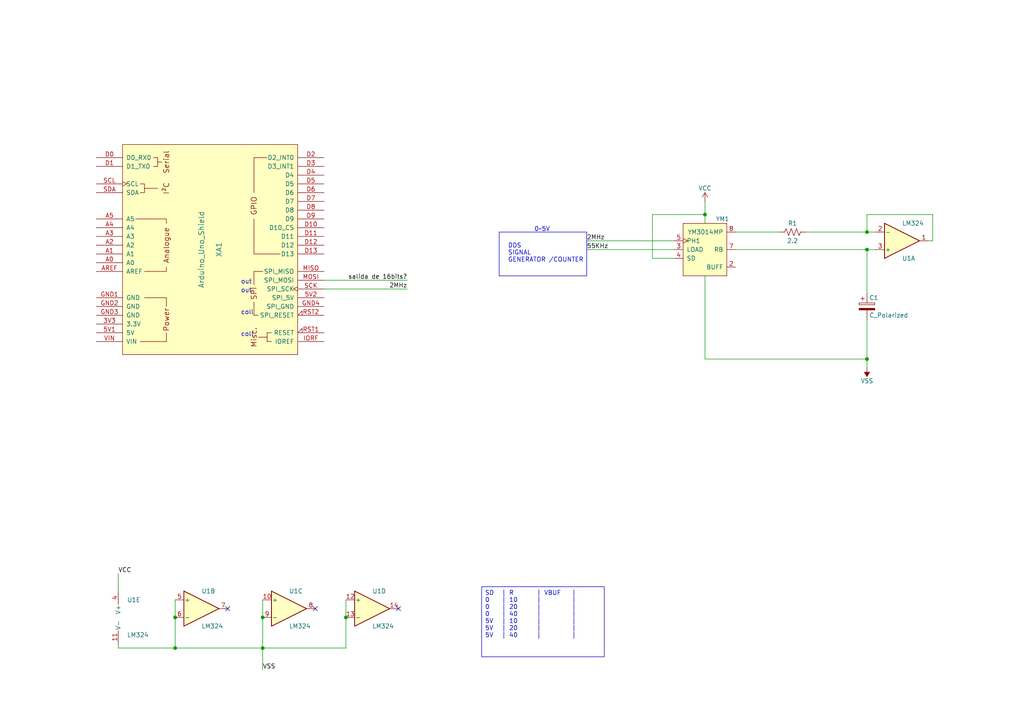
<source format=kicad_sch>
(kicad_sch (version 20230121) (generator eeschema)
  (paper "A4")
  (lib_symbols
    (symbol "Amplifier_Operational:LM324" (pin_names (offset 0.127))
      (property "Reference" "U" (at 0 5.08 0))
      (property "Value" "LM324" (at 0 -5.08 0))
      (symbol "LM324_1_1"
        (polyline (pts (xy -5.08 5.08) (xy 5.08 0) (xy -5.08 -5.08) (xy -5.08 5.08)) (stroke (width 0.254)) (fill (type background)))
        (pin output line (at 7.62 0 180) (length 2.54) (name "~") (number "1"))
        (pin input line (at -7.62 -2.54 0) (length 2.54) (name "-") (number "2"))
        (pin input line (at -7.62 2.54 0) (length 2.54) (name "+") (number "3"))
      )
      (symbol "LM324_2_1"
        (polyline (pts (xy -5.08 5.08) (xy 5.08 0) (xy -5.08 -5.08) (xy -5.08 5.08)) (stroke (width 0.254)) (fill (type background)))
        (pin input line (at -7.62 2.54 0) (length 2.54) (name "+") (number "5"))
        (pin input line (at -7.62 -2.54 0) (length 2.54) (name "-") (number "6"))
        (pin output line (at 7.62 0 180) (length 2.54) (name "~") (number "7"))
      )
      (symbol "LM324_3_1"
        (polyline (pts (xy -5.08 5.08) (xy 5.08 0) (xy -5.08 -5.08) (xy -5.08 5.08)) (stroke (width 0.254)) (fill (type background)))
        (pin input line (at -7.62 2.54 0) (length 2.54) (name "+") (number "10"))
        (pin output line (at 7.62 0 180) (length 2.54) (name "~") (number "8"))
        (pin input line (at -7.62 -2.54 0) (length 2.54) (name "-") (number "9"))
      )
      (symbol "LM324_4_1"
        (polyline (pts (xy -5.08 5.08) (xy 5.08 0) (xy -5.08 -5.08) (xy -5.08 5.08)) (stroke (width 0.254)) (fill (type background)))
        (pin input line (at -7.62 2.54 0) (length 2.54) (name "+") (number "12"))
        (pin input line (at -7.62 -2.54 0) (length 2.54) (name "-") (number "13"))
        (pin output line (at 7.62 0 180) (length 2.54) (name "~") (number "14"))
      )
      (symbol "LM324_5_1"
        (pin power_in line (at -2.54 -7.62 90) (length 3.81) (name "V-") (number "11"))
        (pin power_in line (at -2.54 7.62 270) (length 3.81) (name "V+") (number "4"))
      )
    )
    (symbol "Device:C_Polarized" (pin_numbers hide) (pin_names (offset 0.254))
      (property "Reference" "C" (at 0.635 2.54 0))
      (property "Value" "C_Polarized" (at 0.635 -2.54 0))
      (symbol "C_Polarized_0_1"
        (rectangle (start -2.286 0.508) (end 2.286 1.016))
        (polyline (pts (xy -1.778 2.286) (xy -0.762 2.286)))
        (polyline (pts (xy -1.27 2.794) (xy -1.27 1.778)))
        (rectangle (start 2.286 -0.508) (end -2.286 -1.016) (fill (type outline)))
      )
      (symbol "C_Polarized_1_1"
        (pin passive line (at 0 3.81 270) (length 2.794) (name "~") (number "1"))
        (pin passive line (at 0 -3.81 90) (length 2.794) (name "~") (number "2"))
      )
    )
    (symbol "Device:R_US" (pin_numbers hide) (pin_names (offset 0))
      (property "Reference" "R" (at 2.54 0 90))
      (property "Value" "R_US" (at -2.54 0 90))
      (symbol "R_US_0_1"
        (polyline (pts (xy 0 -2.286) (xy 0 -2.54)))
        (polyline (pts (xy 0 2.286) (xy 0 2.54)))
        (polyline (pts (xy 0 -0.762) (xy 1.016 -1.143) (xy 0 -1.524) (xy -1.016 -1.905) (xy 0 -2.286)))
        (polyline (pts (xy 0 0.762) (xy 1.016 0.381) (xy 0 0) (xy -1.016 -0.381) (xy 0 -0.762)))
        (polyline (pts (xy 0 2.286) (xy 1.016 1.905) (xy 0 1.524) (xy -1.016 1.143) (xy 0 0.762)))
      )
      (symbol "R_US_1_1"
        (pin passive line (at 0 3.81 270) (length 1.27) (name "~") (number "1"))
        (pin passive line (at 0 -3.81 90) (length 1.27) (name "~") (number "2"))
      )
    )
    (symbol "arduino:Arduino_Uno_Shield" (pin_names (offset 1.016))
      (property "Reference" "XA" (at 2.54 0 90))
      (property "Value" "Arduino_Uno_Shield" (at -2.54 0 90))
      (symbol "Arduino_Uno_Shield_0_0"
        (rectangle (start -25.4 30.48) (end 25.4 -30.48) (fill (type background)))
        (rectangle (start -20.32 -26.67) (end -12.7 -26.67))
        (rectangle (start -19.05 -13.97) (end -12.7 -13.97))
        (polyline (pts (xy -19.05 17.78) (xy -15.24 17.78)))
        (polyline (pts (xy -15.24 25.4) (xy -13.97 25.4)))
        (polyline (pts (xy -12.7 -26.67) (xy -12.7 -24.13)))
        (polyline (pts (xy -12.7 -15.24) (xy -12.7 -16.51)))
        (polyline (pts (xy -12.7 -13.97) (xy -12.7 -15.24)))
        (polyline (pts (xy -12.7 -5.08) (xy -12.7 -6.35) (xy -19.05 -6.35)))
        (polyline (pts (xy -12.7 7.62) (xy -12.7 8.89) (xy -21.59 8.89)))
        (polyline (pts (xy 12.7 8.89) (xy 12.7 -1.27) (xy 20.32 -1.27)))
        (polyline (pts (xy 12.7 16.51) (xy 12.7 26.67) (xy 16.51 26.67)))
        (polyline (pts (xy -20.32 19.05) (xy -19.05 19.05) (xy -19.05 16.51) (xy -20.32 16.51)))
        (polyline (pts (xy -16.51 26.67) (xy -15.24 26.67) (xy -15.24 24.13) (xy -16.51 24.13)))
        (rectangle (start 12.7 -19.05) (end 12.7 -15.24))
        (rectangle (start 12.7 -10.16) (end 12.7 -6.35))
        (rectangle (start 13.97 -19.05) (end 12.7 -19.05))
        (rectangle (start 15.24 -6.35) (end 12.7 -6.35))
        (rectangle (start 16.51 -25.4) (end 13.97 -25.4))
        (rectangle (start 16.51 -24.13) (end 16.51 -26.67))
        (rectangle (start 17.78 -26.67) (end 16.51 -26.67))
        (rectangle (start 17.78 -24.13) (end 16.51 -24.13))
        (text "Analogue" (at -12.7 1.27 900) (effects (font (size 1.524 1.524))))
        (text "I²C" (at -12.7 17.78 900) (effects (font (size 1.524 1.524))))
        (text "Misc." (at 12.7 -25.4 900) (effects (font (size 1.524 1.524))))
        (text "Power" (at -12.7 -20.32 900) (effects (font (size 1.524 1.524))))
        (text "Serial" (at -12.7 25.4 900) (effects (font (size 1.524 1.524))))
        (text "SPI" (at 12.7 -12.7 900) (effects (font (size 1.524 1.524))))
      )
      (symbol "Arduino_Uno_Shield_1_0"
        (text "GPIO" (at 12.7 12.7 900) (effects (font (size 1.524 1.524))))
      )
      (symbol "Arduino_Uno_Shield_1_1"
        (pin power_in line (at -33.02 -21.59 0) (length 7.62) (name "3.3V") (number "3V3"))
        (pin power_in line (at -33.02 -24.13 0) (length 7.62) (name "5V") (number "5V1"))
        (pin power_in line (at 33.02 -13.97 180) (length 7.62) (name "SPI_5V") (number "5V2"))
        (pin bidirectional line (at -33.02 -3.81 0) (length 7.62) (name "A0") (number "A0"))
        (pin bidirectional line (at -33.02 -1.27 0) (length 7.62) (name "A1") (number "A1"))
        (pin bidirectional line (at -33.02 1.27 0) (length 7.62) (name "A2") (number "A2"))
        (pin bidirectional line (at -33.02 3.81 0) (length 7.62) (name "A3") (number "A3"))
        (pin bidirectional line (at -33.02 6.35 0) (length 7.62) (name "A4") (number "A4"))
        (pin bidirectional line (at -33.02 8.89 0) (length 7.62) (name "A5") (number "A5"))
        (pin input line (at -33.02 -6.35 0) (length 7.62) (name "AREF") (number "AREF"))
        (pin bidirectional line (at -33.02 26.67 0) (length 7.62) (name "D0_RX0") (number "D0"))
        (pin bidirectional line (at -33.02 24.13 0) (length 7.62) (name "D1_TX0") (number "D1"))
        (pin bidirectional line (at 33.02 6.35 180) (length 7.62) (name "D10_CS") (number "D10"))
        (pin bidirectional line (at 33.02 3.81 180) (length 7.62) (name "D11") (number "D11"))
        (pin bidirectional line (at 33.02 1.27 180) (length 7.62) (name "D12") (number "D12"))
        (pin bidirectional line (at 33.02 -1.27 180) (length 7.62) (name "D13") (number "D13"))
        (pin bidirectional line (at 33.02 26.67 180) (length 7.62) (name "D2_INT0") (number "D2"))
        (pin bidirectional line (at 33.02 24.13 180) (length 7.62) (name "D3_INT1") (number "D3"))
        (pin bidirectional line (at 33.02 21.59 180) (length 7.62) (name "D4") (number "D4"))
        (pin bidirectional line (at 33.02 19.05 180) (length 7.62) (name "D5") (number "D5"))
        (pin bidirectional line (at 33.02 16.51 180) (length 7.62) (name "D6") (number "D6"))
        (pin bidirectional line (at 33.02 13.97 180) (length 7.62) (name "D7") (number "D7"))
        (pin bidirectional line (at 33.02 11.43 180) (length 7.62) (name "D8") (number "D8"))
        (pin bidirectional line (at 33.02 8.89 180) (length 7.62) (name "D9") (number "D9"))
        (pin power_in line (at -33.02 -13.97 0) (length 7.62) (name "GND") (number "GND1"))
        (pin power_in line (at -33.02 -16.51 0) (length 7.62) (name "GND") (number "GND2"))
        (pin power_in line (at -33.02 -19.05 0) (length 7.62) (name "GND") (number "GND3"))
        (pin power_in line (at 33.02 -16.51 180) (length 7.62) (name "SPI_GND") (number "GND4"))
        (pin output line (at 33.02 -26.67 180) (length 7.62) (name "IOREF") (number "IORF"))
        (pin input line (at 33.02 -6.35 180) (length 7.62) (name "SPI_MISO") (number "MISO"))
        (pin output line (at 33.02 -8.89 180) (length 7.62) (name "SPI_MOSI") (number "MOSI"))
        (pin open_collector input_low (at 33.02 -24.13 180) (length 7.62) (name "RESET") (number "RST1"))
        (pin open_collector input_low (at 33.02 -19.05 180) (length 7.62) (name "SPI_RESET") (number "RST2"))
        (pin output clock (at 33.02 -11.43 180) (length 7.62) (name "SPI_SCK") (number "SCK"))
        (pin bidirectional clock (at -33.02 19.05 0) (length 7.62) (name "SCL") (number "SCL"))
        (pin bidirectional line (at -33.02 16.51 0) (length 7.62) (name "SDA") (number "SDA"))
        (pin power_in line (at -33.02 -26.67 0) (length 7.62) (name "VIN") (number "VIN"))
      )
    )
    (symbol "power:VCC" (power) (pin_names (offset 0))
      (property "Value" "VCC" (at 0 3.81 0))
      (symbol "VCC_0_1"
        (polyline (pts (xy -0.762 1.27) (xy 0 2.54)))
        (polyline (pts (xy 0 0) (xy 0 2.54)))
        (polyline (pts (xy 0 2.54) (xy 0.762 1.27)))
      )
      (symbol "VCC_1_1"
        (pin power_in line (at 0 0 90) (length 0) hide (name "VCC") (number "1"))
      )
    )
    (symbol "power:VSS" (power) (pin_names (offset 0))
      (property "Value" "VSS" (at 0 3.81 0))
      (symbol "VSS_0_1"
        (polyline (pts (xy 0 0) (xy 0 2.54)))
        (polyline (pts (xy 0.762 1.27) (xy -0.762 1.27) (xy 0 2.54) (xy 0.762 1.27)) (fill (type outline)))
      )
      (symbol "VSS_1_1"
        (pin power_in line (at 0 0 90) (length 0) hide (name "VSS") (number "1"))
      )
    )
    (symbol "yamaha:YM3014" (pin_names (offset 1.016))
      (property "Reference" "YM" (at -2.54 15.24 0))
      (property "Value" "YM3014" (at 0 12.7 0))
      (symbol "YM3014_0_1"
        (rectangle (start -5.08 11.43) (end 7.62 -3.81) (fill (type background)))
      )
      (symbol "YM3014_1_1"
        (pin power_in line (at 1.27 11.43 270) (length 2.54) hide (name "VCC") (number "1"))
        (pin output line (at 10.16 -1.27 180) (length 2.54) (name "BUFF") (number "2"))
        (pin input line (at -7.62 3.81 0) (length 2.54) (name "LOAD") (number "3"))
        (pin input line (at -7.62 1.27 0) (length 2.54) (name "SD") (number "4"))
        (pin input clock (at -7.62 6.35 0) (length 2.54) (name "PH1") (number "5"))
        (pin power_in line (at 1.27 -3.81 90) (length 2.54) hide (name "VSS") (number "6"))
        (pin output line (at 10.16 3.81 180) (length 2.54) (name "RB") (number "7"))
        (pin bidirectional line (at 10.16 8.89 180) (length 2.54) (name "MP") (number "8"))
      )
    )
  )
  (junction (at 251.46 72.39))
  (junction (at 50.8 187.96))
  (junction (at 251.46 67.31))
  (junction (at 76.2 187.96))
  (junction (at 100.33 179.07))
  (junction (at 204.47 62.23))
  (junction (at 251.46 104.14))
  (junction (at 50.8 179.07))
  (junction (at 76.2 179.07))
  (no_connect (at 91.44 176.53))
  (no_connect (at 66.04 176.53))
  (no_connect (at 115.57 176.53))
  (wire (pts (xy 93.98 83.82) (xy 118.11 83.82)))
  (wire (pts (xy 204.47 80.01) (xy 204.47 104.14)))
  (wire (pts (xy 254 72.39) (xy 251.46 72.39)))
  (wire (pts (xy 204.47 62.23) (xy 204.47 64.77)))
  (wire (pts (xy 251.46 67.31) (xy 251.46 62.23)))
  (wire (pts (xy 50.8 187.96) (xy 76.2 187.96)))
  (wire (pts (xy 213.36 72.39) (xy 251.46 72.39)))
  (wire (pts (xy 204.47 58.42) (xy 204.47 62.23)))
  (wire (pts (xy 233.68 67.31) (xy 251.46 67.31)))
  (wire (pts (xy 76.2 187.96) (xy 76.2 179.07)))
  (wire (pts (xy 76.2 187.96) (xy 100.33 187.96)))
  (wire (pts (xy 100.33 179.07) (xy 100.33 173.99)))
  (wire (pts (xy 251.46 92.71) (xy 251.46 104.14)))
  (wire (pts (xy 34.29 186.69) (xy 34.29 187.96)))
  (wire (pts (xy 251.46 72.39) (xy 251.46 85.09)))
  (wire (pts (xy 254 67.31) (xy 251.46 67.31)))
  (wire (pts (xy 100.33 187.96) (xy 100.33 179.07)))
  (wire (pts (xy 251.46 104.14) (xy 251.46 106.68)))
  (wire (pts (xy 34.29 166.37) (xy 34.29 171.45)))
  (wire (pts (xy 213.36 67.31) (xy 226.06 67.31)))
  (wire (pts (xy 50.8 179.07) (xy 50.8 187.96)))
  (wire (pts (xy 34.29 187.96) (xy 50.8 187.96)))
  (wire (pts (xy 270.51 69.85) (xy 269.24 69.85)))
  (wire (pts (xy 204.47 104.14) (xy 251.46 104.14)))
  (wire (pts (xy 50.8 173.99) (xy 50.8 179.07)))
  (wire (pts (xy 170.18 69.85) (xy 195.58 69.85)))
  (wire (pts (xy 76.2 187.96) (xy 76.2 194.31)))
  (wire (pts (xy 251.46 62.23) (xy 270.51 62.23)))
  (wire (pts (xy 270.51 62.23) (xy 270.51 69.85)))
  (wire (pts (xy 189.23 74.93) (xy 195.58 74.93)))
  (wire (pts (xy 189.23 62.23) (xy 204.47 62.23)))
  (wire (pts (xy 189.23 74.93) (xy 189.23 62.23)))
  (wire (pts (xy 76.2 179.07) (xy 76.2 173.99)))
  (wire (pts (xy 93.98 81.28) (xy 118.11 81.28)))
  (wire (pts (xy 170.18 72.39) (xy 195.58 72.39)))
  (rectangle (start 144.78 67.31) (end 170.18 80.01))
  (text_box "SD	| R		| VBUF	|\n0	| 10	|		|\n0	| 20	|		|\n0	| 40	|		|\n5V	| 10	|		|\n5V	| 20	|		|\n5V	| 40	|		|" (at 139.7 170.18 0) (size 35.56 20.32) (effects (font (size 1.27 1.27)) (justify left top)))
  (text "coll" (at 69.85 97.79 0) (effects (font (size 1.27 1.27)) (justify left bottom)))
  (text "out" (at 69.85 82.55 0) (effects (font (size 1.27 1.27)) (justify left bottom)))
  (text "out" (at 69.85 85.09 0) (effects (font (size 1.27 1.27)) (justify left bottom)))
  (text "coll" (at 69.85 91.44 0) (effects (font (size 1.27 1.27)) (justify left bottom)))
  (text "0~5V\n" (at 154.94 67.31 0) (effects (font (size 1.27 1.27)) (justify left bottom)))
  (text "DDS \nSIGNAL \nGENERATOR /COUNTER" (at 147.32 76.2 0) (effects (font (size 1.27 1.27)) (justify left bottom)))
  (label "55KHz" (at 170.18 72.39 0))
  (label "VSS" (at 76.2 194.31 0))
  (label "salida de 16bits?" (at 118.11 81.28 180))
  (label "VCC" (at 34.29 166.37 0))
  (label "2MHz" (at 118.11 83.82 180))
  (label "2MHz" (at 170.18 69.85 0))
  (symbol (lib_id "Device:R_US") (at 229.87 67.31 90) (unit 1)
    (property "Reference" "R1" (at 229.87 64.77 90))
    (property "Value" "2.2" (at 229.87 69.85 90))
  )
  (symbol (lib_id "Amplifier_Operational:LM324") (at 58.42 176.53 0) (unit 2)
    (property "Reference" "U1" (at 58.42 171.45 0) (effects (justify left)))
    (property "Value" "LM324" (at 58.42 181.61 0) (effects (justify left)))
    (property "Datasheet" "http://www.ti.com/lit/ds/symlink/lm2902-n.pdf" (effects hide))
  )
  (symbol (lib_id "Amplifier_Operational:LM324") (at 107.95 176.53 0) (unit 4)
    (property "Reference" "U1" (at 107.95 171.45 0) (effects (justify left)))
    (property "Value" "LM324" (at 107.95 181.61 0) (effects (justify left)))
    (property "Datasheet" "http://www.ti.com/lit/ds/symlink/lm2902-n.pdf" (effects hide))
  )
  (symbol (lib_id "power:VCC") (at 204.47 58.42 0) (unit 1)
    (property "Reference" "#PWR02" (effects hide))
    (property "Value" "VCC" (at 204.47 54.61 0))
  )
  (symbol (lib_id "power:VSS") (at 251.46 106.68 180) (unit 1)
    (property "Reference" "#PWR01" (effects hide))
    (property "Value" "VSS" (at 251.46 110.49 0))
  )
  (symbol (lib_id "Amplifier_Operational:LM324") (at 261.62 69.85 0) (mirror x) (unit 1)
    (property "Reference" "U1" (at 261.62 74.93 0) (effects (justify left)))
    (property "Value" "LM324" (at 261.62 64.77 0) (effects (justify left)))
    (property "Datasheet" "http://www.ti.com/lit/ds/symlink/lm2902-n.pdf" (effects hide))
  )
  (symbol (lib_id "Amplifier_Operational:LM324") (at 83.82 176.53 0) (unit 3)
    (property "Reference" "U1" (at 83.82 171.45 0) (effects (justify left)))
    (property "Value" "LM324" (at 83.82 181.61 0) (effects (justify left)))
    (property "Datasheet" "http://www.ti.com/lit/ds/symlink/lm2902-n.pdf" (effects hide))
  )
  (symbol (lib_id "Amplifier_Operational:LM324") (at 36.83 179.07 0) (unit 5)
    (property "Reference" "U1" (at 36.83 173.99 0) (effects (justify left)))
    (property "Value" "LM324" (at 36.83 184.15 0) (effects (justify left)))
    (property "Datasheet" "http://www.ti.com/lit/ds/symlink/lm2902-n.pdf" (effects hide))
  )
  (symbol (lib_id "arduino:Arduino_Uno_Shield") (at 60.96 72.39 0) (unit 1)
    (property "Reference" "XA1" (at 63.5 72.39 90) (effects (font (size 1.524 1.524))))
    (property "Value" "Arduino_Uno_Shield" (at 58.42 72.39 90) (effects (font (size 1.524 1.524))))
    (property "Datasheet" "https://store.arduino.cc/arduino-uno-rev3" (effects hide))
  )
  (symbol (lib_id "Device:C_Polarized") (at 251.46 88.9 0) (unit 1)
    (property "Reference" "C1" (at 252.095 86.36 0) (effects (justify left)))
    (property "Value" "C_Polarized" (at 252.095 91.44 0) (effects (justify left)))
  )
  (symbol (lib_id "yamaha:YM3014") (at 203.2 76.2 0) (unit 1)
    (property "Reference" "YM1" (at 209.55 63.5 0))
    (property "Value" "YM3014" (at 203.2 67.31 0))
    (property "Footprint" "Package_DIP:DIP-8_W7.62mm" (effects hide))
    (property "Datasheet" "https://pdf1.alldatasheet.com/datasheet-pdf/view/1132271/YAMAHA/YM3014B.html" (effects hide))
  )
)
</source>
